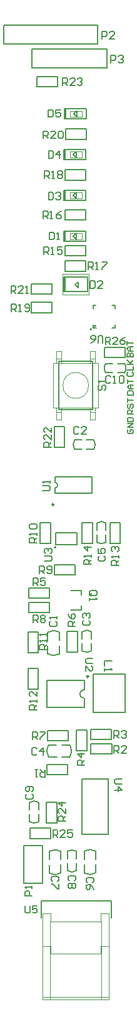
<source format=gto>
%FSLAX25Y25*%
%MOIN*%
G70*
G01*
G75*
%ADD10R,0.03150X0.03937*%
%ADD11R,0.02362X0.07874*%
%ADD12R,0.01063X0.07874*%
%ADD13R,0.03937X0.03150*%
%ADD14R,0.05906X0.12992*%
%ADD15R,0.05906X0.03937*%
%ADD16R,0.01969X0.07874*%
%ADD17O,0.01969X0.07874*%
%ADD18R,0.05118X0.05118*%
%ADD19R,0.02362X0.00787*%
%ADD20R,0.03150X0.00787*%
%ADD21R,0.00787X0.02362*%
%ADD22R,0.00787X0.03150*%
%ADD23R,0.03150X0.02559*%
%ADD24R,0.15748X0.05118*%
%ADD25C,0.05906*%
%ADD26R,0.03937X0.04724*%
%ADD27R,0.12402X0.08898*%
%ADD28R,0.02400X0.05906*%
%ADD29R,0.04724X0.03937*%
%ADD30R,0.03150X0.03543*%
%ADD31R,0.03150X0.03543*%
%ADD32R,0.01575X0.03937*%
%ADD33C,0.00787*%
%ADD34C,0.01000*%
%ADD35C,0.01181*%
%ADD36C,0.03150*%
%ADD37C,0.03937*%
%ADD38C,0.02362*%
%ADD39C,0.01575*%
%ADD40R,0.05906X0.05906*%
%ADD41R,0.05906X0.05906*%
%ADD42C,0.01969*%
%ADD43C,0.03150*%
%ADD44C,0.01575*%
%ADD45C,0.00984*%
%ADD46C,0.00600*%
%ADD47C,0.00500*%
%ADD48C,0.00197*%
%ADD49C,0.00591*%
%ADD50C,0.00709*%
%ADD51C,0.00492*%
D33*
X16789Y-424408D02*
G03*
X21731Y-424408I2471J3706D01*
G01*
Y-414172D02*
G03*
X16789Y-414172I-2471J-3706D01*
G01*
X30196Y-247304D02*
G03*
X30196Y-244417I0J1444D01*
G01*
X57182Y-181259D02*
G03*
X57182Y-186201I3706J-2471D01*
G01*
X67418D02*
G03*
X67418Y-181259I-3706J2471D01*
G01*
X49766Y-163172D02*
G03*
X49766Y-163172I-394J0D01*
G01*
X50978Y-226812D02*
G03*
X50978Y-221871I-3706J2471D01*
G01*
X40742D02*
G03*
X40742Y-226812I3706J-2471D01*
G01*
X26676Y-383802D02*
G03*
X26838Y-390039I5097J-2989D01*
G01*
X38261Y-389943D02*
G03*
X38284Y-383806I-5038J3087D01*
G01*
X32626Y-323764D02*
G03*
X26388Y-323925I-2989J-5097D01*
G01*
X26485Y-335349D02*
G03*
X32621Y-335371I3087J5038D01*
G01*
X44781Y-333819D02*
G03*
X49722Y-333819I2471J3706D01*
G01*
Y-323583D02*
G03*
X44781Y-323583I-2471J-3706D01*
G01*
X30780Y-278775D02*
G03*
X30780Y-278775I-394J0D01*
G01*
X52509Y-276168D02*
G03*
X57451Y-276168I2471J3706D01*
G01*
Y-265932D02*
G03*
X52509Y-265932I-2471J-3706D01*
G01*
X27228Y-451694D02*
G03*
X33466Y-451532I2989J5097D01*
G01*
X33369Y-440109D02*
G03*
X27233Y-440086I-3087J-5038D01*
G01*
X41774Y-440089D02*
G03*
X36833Y-440089I-2471J-3706D01*
G01*
Y-450325D02*
G03*
X41774Y-450325I2471J3706D01*
G01*
X45871Y-451616D02*
G03*
X52109Y-451454I2989J5097D01*
G01*
X52012Y-440031D02*
G03*
X45876Y-440008I-3087J-5038D01*
G01*
X26162Y-381552D02*
X37186D01*
Y-376040D01*
X26162D02*
X37186D01*
X26162Y-381552D02*
Y-376040D01*
X53110Y-11700D02*
Y-1700D01*
X3110Y-11700D02*
X53110D01*
X3110Y-1700D02*
X53110D01*
X3110Y-11700D02*
Y-1700D01*
X57950Y-24540D02*
Y-14540D01*
X17950Y-24540D02*
X57950D01*
X17950Y-14540D02*
X57950D01*
X17950Y-24540D02*
Y-14540D01*
X20648Y-34546D02*
Y-29034D01*
X31672D01*
Y-34546D02*
Y-29034D01*
X20648Y-34546D02*
X31672D01*
X16888Y-433256D02*
Y-427744D01*
X27912D01*
Y-433256D02*
Y-427744D01*
X16888Y-433256D02*
X27912D01*
X23494Y-456912D02*
Y-436912D01*
X13494D02*
X23494D01*
X13494Y-456912D02*
Y-436912D01*
Y-456912D02*
X23494D01*
X25714Y-413968D02*
X31226D01*
Y-424992D02*
Y-413968D01*
X25714Y-424992D02*
X31226D01*
X25714D02*
Y-413968D01*
X21731Y-424408D02*
Y-420471D01*
X16789Y-424408D02*
Y-420471D01*
X21731Y-418109D02*
Y-414172D01*
X16789Y-418109D02*
Y-414172D01*
X49449Y-388571D02*
Y-383060D01*
X60473D01*
Y-388571D02*
Y-383060D01*
X49449Y-388571D02*
X60473D01*
X58757Y-416340D02*
Y-401537D01*
X44780Y-401576D02*
X58717D01*
X44583Y-430907D02*
Y-401773D01*
Y-430907D02*
X58717D01*
X58757Y-430710D02*
Y-415198D01*
X44583Y-401773D02*
X44780Y-401576D01*
X59544Y-265688D02*
X65056D01*
Y-276712D02*
Y-265688D01*
X59544Y-276712D02*
X65056D01*
X59544D02*
Y-265688D01*
X30196Y-241529D02*
X49881D01*
X30196Y-250191D02*
X49881D01*
Y-241529D01*
X30196Y-244417D02*
Y-241529D01*
Y-250191D02*
Y-247304D01*
X32452Y-205665D02*
Y-180075D01*
X50168D01*
Y-205665D02*
Y-180075D01*
X32452Y-205665D02*
X50168D01*
X57182Y-186201D02*
X61119D01*
X57182Y-181259D02*
X61119D01*
X63481Y-186201D02*
X67418D01*
X63481Y-181259D02*
X67418D01*
X56498Y-178166D02*
Y-172654D01*
X67522D01*
Y-178166D02*
Y-172654D01*
X56498Y-178166D02*
X67522D01*
X17618Y-154316D02*
Y-148804D01*
X28642D01*
Y-154316D02*
Y-148804D01*
X17618Y-154316D02*
X28642D01*
X17478Y-144526D02*
Y-139014D01*
X28502D01*
Y-144526D02*
Y-139014D01*
X17478Y-144526D02*
X28502D01*
X35017Y-143049D02*
X47615D01*
X35017Y-135568D02*
X47615D01*
X42497Y-141080D02*
Y-137930D01*
X47615Y-143049D02*
Y-135568D01*
X35017Y-143049D02*
Y-135568D01*
X35804Y-143049D02*
Y-135568D01*
X40922Y-139505D02*
X42497Y-141080D01*
X40922Y-139505D02*
X42497Y-137930D01*
X35618Y-124176D02*
Y-118664D01*
X46642D01*
Y-124176D02*
Y-118664D01*
X35618Y-124176D02*
X46642D01*
X34959Y-116458D02*
X37163D01*
X34998Y-110946D02*
X35628D01*
X34959Y-110985D02*
X34998Y-110946D01*
X34959Y-111576D02*
Y-110985D01*
X35628Y-116458D02*
Y-110946D01*
X34959Y-116458D02*
Y-111576D01*
X35628Y-110946D02*
X46612D01*
Y-116458D02*
Y-110946D01*
X35628Y-116458D02*
X46612D01*
X35708Y-105186D02*
Y-99674D01*
X46732D01*
Y-105186D02*
Y-99674D01*
X35708Y-105186D02*
X46732D01*
X35053Y-94899D02*
X37258D01*
X35093Y-89387D02*
X35723D01*
X35053Y-89427D02*
X35093Y-89387D01*
X35053Y-90017D02*
Y-89427D01*
X35723Y-94899D02*
Y-89387D01*
X35053Y-94899D02*
Y-90017D01*
X35723Y-89387D02*
X46707D01*
Y-94899D02*
Y-89387D01*
X35723Y-94899D02*
X46707D01*
X35668Y-84076D02*
Y-78564D01*
X46692D01*
Y-84076D02*
Y-78564D01*
X35668Y-84076D02*
X46692D01*
X35058Y-73134D02*
X37263D01*
X35098Y-67622D02*
X35727D01*
X35058Y-67661D02*
X35098Y-67622D01*
X35058Y-68252D02*
Y-67661D01*
X35727Y-73134D02*
Y-67622D01*
X35058Y-73134D02*
Y-68252D01*
X35727Y-67622D02*
X46712D01*
Y-73134D02*
Y-67622D01*
X35727Y-73134D02*
X46712D01*
X35838Y-62246D02*
Y-56734D01*
X46862D01*
Y-62246D02*
Y-56734D01*
X35838Y-62246D02*
X46862D01*
X35194Y-51456D02*
X37399D01*
X35233Y-45944D02*
X35863D01*
X35194Y-45983D02*
X35233Y-45944D01*
X35194Y-46574D02*
Y-45983D01*
X35863Y-51456D02*
Y-45944D01*
X35194Y-51456D02*
Y-46574D01*
X35863Y-45944D02*
X46847D01*
Y-51456D02*
Y-45944D01*
X35863Y-51456D02*
X46847D01*
X47041Y-221871D02*
X50978D01*
X47041Y-226812D02*
X50978D01*
X40742Y-221871D02*
X44679D01*
X40742Y-226812D02*
X44679D01*
X41662Y-386690D02*
X47174D01*
X41662D02*
Y-375666D01*
X47174D01*
Y-386690D02*
Y-375666D01*
X49379Y-380791D02*
Y-375279D01*
X60403D01*
Y-380791D02*
Y-375279D01*
X49379Y-380791D02*
X60403D01*
X15805Y-354022D02*
X21317D01*
X15805D02*
Y-342998D01*
X21317D01*
Y-354022D02*
Y-342998D01*
X15815Y-334702D02*
X21327D01*
X15815D02*
Y-323678D01*
X21327D01*
Y-334702D02*
Y-323678D01*
X36635Y-334283D02*
X42147D01*
X36635D02*
Y-323259D01*
X42147D01*
Y-334283D02*
Y-323259D01*
X49722Y-333819D02*
Y-329882D01*
X44781Y-333819D02*
Y-329882D01*
X49722Y-327520D02*
Y-323583D01*
X44781Y-327520D02*
Y-323583D01*
X37112Y-399486D02*
Y-393974D01*
X26088Y-399486D02*
X37112D01*
X26088D02*
Y-393974D01*
X37112D01*
X16189Y-305898D02*
Y-300386D01*
X27213D01*
Y-305898D02*
Y-300386D01*
X16189Y-305898D02*
X27213D01*
X16189Y-313438D02*
Y-307926D01*
X27213D01*
Y-313438D02*
Y-307926D01*
X16189Y-313438D02*
X27213D01*
X44172Y-312006D02*
Y-309644D01*
Y-304132D02*
Y-301770D01*
X38502Y-312006D02*
X44172D01*
X38542Y-301770D02*
X44172D01*
X41070Y-293474D02*
Y-287962D01*
X30047Y-293474D02*
X41070D01*
X30047D02*
Y-287962D01*
X41070D01*
X22374Y-276772D02*
X27886D01*
X22374D02*
Y-265748D01*
X27886D01*
Y-276772D02*
Y-265748D01*
X44744Y-276662D02*
X50256D01*
X44744D02*
Y-265638D01*
X50256D01*
Y-276662D02*
Y-265638D01*
X57451Y-276168D02*
Y-272231D01*
X52509Y-276168D02*
Y-272231D01*
X57451Y-269869D02*
Y-265932D01*
X52509Y-269869D02*
Y-265932D01*
X36833Y-444026D02*
Y-440089D01*
X41774Y-444026D02*
Y-440089D01*
X36833Y-450325D02*
Y-446388D01*
X41774Y-450325D02*
Y-446388D01*
X29844Y-214638D02*
X35356D01*
Y-225662D02*
Y-214638D01*
X29844Y-225662D02*
X35356D01*
X29844D02*
Y-214638D01*
X46502Y-132356D02*
Y-126844D01*
X35478Y-132356D02*
X46502D01*
X35478D02*
Y-126844D01*
X46502D01*
X18268Y-380793D02*
Y-376857D01*
X20236D01*
X20892Y-377513D01*
Y-378825D01*
X20236Y-379481D01*
X18268D01*
X19580D02*
X20892Y-380793D01*
X22204Y-376857D02*
X24828D01*
Y-377513D01*
X22204Y-380137D01*
Y-380793D01*
X26693Y-46615D02*
Y-50551D01*
X28661D01*
X29317Y-49895D01*
Y-47271D01*
X28661Y-46615D01*
X26693D01*
X33253D02*
X30629D01*
Y-48583D01*
X31941Y-47927D01*
X32596D01*
X33253Y-48583D01*
Y-49895D01*
X32596Y-50551D01*
X31285D01*
X30629Y-49895D01*
X26811Y-68387D02*
Y-72323D01*
X28779D01*
X29435Y-71667D01*
Y-69043D01*
X28779Y-68387D01*
X26811D01*
X32715Y-72323D02*
Y-68387D01*
X30747Y-70355D01*
X33371D01*
X26811Y-90395D02*
Y-94331D01*
X28779D01*
X29435Y-93675D01*
Y-91051D01*
X28779Y-90395D01*
X26811D01*
X30747Y-91051D02*
X31403Y-90395D01*
X32715D01*
X33371Y-91051D01*
Y-91707D01*
X32715Y-92363D01*
X32059D01*
X32715D01*
X33371Y-93019D01*
Y-93675D01*
X32715Y-94331D01*
X31403D01*
X30747Y-93675D01*
X27362Y-111615D02*
Y-115551D01*
X29330D01*
X29986Y-114895D01*
Y-112271D01*
X29330Y-111615D01*
X27362D01*
X31298Y-115551D02*
X32610D01*
X31954D01*
Y-111615D01*
X31298Y-112271D01*
X27953Y-318127D02*
X27297Y-318783D01*
Y-320095D01*
X27953Y-320751D01*
X30576D01*
X31232Y-320095D01*
Y-318783D01*
X30576Y-318127D01*
X31232Y-316815D02*
Y-315503D01*
Y-316159D01*
X27297D01*
X27953Y-316815D01*
X43052Y-215447D02*
X42397Y-214791D01*
X41085D01*
X40429Y-215447D01*
Y-218071D01*
X41085Y-218727D01*
X42397D01*
X43052Y-218071D01*
X46988Y-218727D02*
X44364D01*
X46988Y-216103D01*
Y-215447D01*
X46332Y-214791D01*
X45020D01*
X44364Y-215447D01*
X45630Y-317576D02*
X44974Y-318232D01*
Y-319544D01*
X45630Y-320200D01*
X48254D01*
X48910Y-319544D01*
Y-318232D01*
X48254Y-317576D01*
X45630Y-316264D02*
X44974Y-315608D01*
Y-314296D01*
X45630Y-313640D01*
X46286D01*
X46942Y-314296D01*
Y-314952D01*
Y-314296D01*
X47598Y-313640D01*
X48254D01*
X48910Y-314296D01*
Y-315608D01*
X48254Y-316264D01*
X20759Y-385711D02*
X20103Y-385055D01*
X18791D01*
X18135Y-385711D01*
Y-388334D01*
X18791Y-388990D01*
X20103D01*
X20759Y-388334D01*
X24038Y-388990D02*
Y-385055D01*
X22071Y-387022D01*
X24694D01*
X53839Y-283493D02*
X53184Y-284149D01*
Y-285461D01*
X53839Y-286117D01*
X56463D01*
X57119Y-285461D01*
Y-284149D01*
X56463Y-283493D01*
X53184Y-279557D02*
Y-282181D01*
X55151D01*
X54495Y-280869D01*
Y-280213D01*
X55151Y-279557D01*
X56463D01*
X57119Y-280213D01*
Y-281525D01*
X56463Y-282181D01*
X50209Y-456588D02*
X50865Y-455932D01*
Y-454621D01*
X50209Y-453965D01*
X47585D01*
X46929Y-454621D01*
Y-455932D01*
X47585Y-456588D01*
X50865Y-460524D02*
X50209Y-459212D01*
X48897Y-457900D01*
X47585D01*
X46929Y-458556D01*
Y-459868D01*
X47585Y-460524D01*
X48241D01*
X48897Y-459868D01*
Y-457900D01*
X31590Y-456084D02*
X32246Y-455428D01*
Y-454116D01*
X31590Y-453460D01*
X28966D01*
X28310Y-454116D01*
Y-455428D01*
X28966Y-456084D01*
X32246Y-457396D02*
Y-460019D01*
X31590D01*
X28966Y-457396D01*
X28310D01*
X40622Y-455778D02*
X41278Y-455122D01*
Y-453811D01*
X40622Y-453155D01*
X37998D01*
X37342Y-453811D01*
Y-455122D01*
X37998Y-455778D01*
X40622Y-457090D02*
X41278Y-457746D01*
Y-459058D01*
X40622Y-459714D01*
X39966D01*
X39310Y-459058D01*
X38654Y-459714D01*
X37998D01*
X37342Y-459058D01*
Y-457746D01*
X37998Y-457090D01*
X38654D01*
X39310Y-457746D01*
X39966Y-457090D01*
X40622D01*
X39310Y-457746D02*
Y-459058D01*
X15303Y-409738D02*
X14647Y-410394D01*
Y-411706D01*
X15303Y-412362D01*
X17927D01*
X18583Y-411706D01*
Y-410394D01*
X17927Y-409738D01*
Y-408427D02*
X18583Y-407770D01*
Y-406459D01*
X17927Y-405803D01*
X15303D01*
X14647Y-406459D01*
Y-407770D01*
X15303Y-408427D01*
X15959D01*
X16615Y-407770D01*
Y-405803D01*
X59886Y-188404D02*
X59230Y-187748D01*
X57918D01*
X57262Y-188404D01*
Y-191028D01*
X57918Y-191683D01*
X59230D01*
X59886Y-191028D01*
X61198Y-191683D02*
X62510D01*
X61854D01*
Y-187748D01*
X61198Y-188404D01*
X64477D02*
X65133Y-187748D01*
X66445D01*
X67101Y-188404D01*
Y-191028D01*
X66445Y-191683D01*
X65133D01*
X64477Y-191028D01*
Y-188404D01*
X49134Y-137324D02*
Y-141260D01*
X51102D01*
X51758Y-140604D01*
Y-137980D01*
X51102Y-137324D01*
X49134D01*
X55693Y-141260D02*
X53070D01*
X55693Y-138636D01*
Y-137980D01*
X55037Y-137324D01*
X53726D01*
X53070Y-137980D01*
X60510Y-339016D02*
X56575D01*
Y-341640D01*
Y-342951D02*
Y-344263D01*
Y-343607D01*
X60510D01*
X59855Y-342951D01*
X18110Y-463701D02*
X14175D01*
Y-461733D01*
X14830Y-461077D01*
X16142D01*
X16798Y-461733D01*
Y-463701D01*
X18110Y-459765D02*
Y-458453D01*
Y-459109D01*
X14175D01*
X14830Y-459765D01*
X55276Y-9016D02*
Y-5080D01*
X57244D01*
X57899Y-5736D01*
Y-7048D01*
X57244Y-7704D01*
X55276D01*
X61835Y-9016D02*
X59211D01*
X61835Y-6392D01*
Y-5736D01*
X61179Y-5080D01*
X59867D01*
X59211Y-5736D01*
X59921Y-21614D02*
Y-17678D01*
X61889D01*
X62545Y-18334D01*
Y-19646D01*
X61889Y-20302D01*
X59921D01*
X63857Y-18334D02*
X64513Y-17678D01*
X65825D01*
X66481Y-18334D01*
Y-18990D01*
X65825Y-19646D01*
X65169D01*
X65825D01*
X66481Y-20302D01*
Y-20958D01*
X65825Y-21614D01*
X64513D01*
X63857Y-20958D01*
X49402Y-304399D02*
X52026D01*
X52682Y-303743D01*
Y-302431D01*
X52026Y-301775D01*
X49402D01*
X48746Y-302431D01*
Y-303743D01*
X50058Y-303087D02*
X48746Y-304399D01*
Y-303743D02*
X49402Y-304399D01*
X48746Y-305711D02*
Y-307023D01*
Y-306367D01*
X52682D01*
X52026Y-305711D01*
X24962Y-396724D02*
Y-400660D01*
X22994D01*
X22338Y-400004D01*
Y-398692D01*
X22994Y-398036D01*
X24962D01*
X23650D02*
X22338Y-396724D01*
X21026D02*
X19715D01*
X20370D01*
Y-400660D01*
X21026Y-400004D01*
X61772Y-387992D02*
Y-384056D01*
X63740D01*
X64395Y-384712D01*
Y-386024D01*
X63740Y-386680D01*
X61772D01*
X63084D02*
X64395Y-387992D01*
X68331D02*
X65707D01*
X68331Y-385368D01*
Y-384712D01*
X67675Y-384056D01*
X66363D01*
X65707Y-384712D01*
X61654Y-379961D02*
Y-376025D01*
X63621D01*
X64277Y-376681D01*
Y-377993D01*
X63621Y-378649D01*
X61654D01*
X62965D02*
X64277Y-379961D01*
X65589Y-376681D02*
X66245Y-376025D01*
X67557D01*
X68213Y-376681D01*
Y-377337D01*
X67557Y-377993D01*
X66901D01*
X67557D01*
X68213Y-378649D01*
Y-379305D01*
X67557Y-379961D01*
X66245D01*
X65589Y-379305D01*
X46114Y-394334D02*
X42178D01*
Y-392366D01*
X42834Y-391710D01*
X44146D01*
X44802Y-392366D01*
Y-394334D01*
Y-393022D02*
X46114Y-391710D01*
Y-388430D02*
X42178D01*
X44146Y-390398D01*
Y-387774D01*
X18571Y-299134D02*
Y-295198D01*
X20539D01*
X21195Y-295854D01*
Y-297166D01*
X20539Y-297822D01*
X18571D01*
X19883D02*
X21195Y-299134D01*
X25131Y-295198D02*
X22507D01*
Y-297166D01*
X23819Y-296510D01*
X24475D01*
X25131Y-297166D01*
Y-298478D01*
X24475Y-299134D01*
X23163D01*
X22507Y-298478D01*
X41075Y-320751D02*
X37139D01*
Y-318783D01*
X37795Y-318127D01*
X39107D01*
X39763Y-318783D01*
Y-320751D01*
Y-319439D02*
X41075Y-318127D01*
X37139Y-314191D02*
X37795Y-315503D01*
X39107Y-316815D01*
X40419D01*
X41075Y-316159D01*
Y-314847D01*
X40419Y-314191D01*
X39763D01*
X39107Y-314847D01*
Y-316815D01*
X18571Y-318622D02*
Y-314686D01*
X20539D01*
X21195Y-315342D01*
Y-316654D01*
X20539Y-317310D01*
X18571D01*
X19883D02*
X21195Y-318622D01*
X22507Y-315342D02*
X23163Y-314686D01*
X24475D01*
X25131Y-315342D01*
Y-315998D01*
X24475Y-316654D01*
X25131Y-317310D01*
Y-317966D01*
X24475Y-318622D01*
X23163D01*
X22507Y-317966D01*
Y-317310D01*
X23163Y-316654D01*
X22507Y-315998D01*
Y-315342D01*
X23163Y-316654D02*
X24475D01*
X22016Y-292669D02*
Y-288733D01*
X23984D01*
X24640Y-289389D01*
Y-290701D01*
X23984Y-291357D01*
X22016D01*
X23328D02*
X24640Y-292669D01*
X25952Y-292013D02*
X26608Y-292669D01*
X27920D01*
X28576Y-292013D01*
Y-289389D01*
X27920Y-288733D01*
X26608D01*
X25952Y-289389D01*
Y-290045D01*
X26608Y-290701D01*
X28576D01*
X20731Y-276267D02*
X16796D01*
Y-274299D01*
X17452Y-273643D01*
X18764D01*
X19420Y-274299D01*
Y-276267D01*
Y-274955D02*
X20731Y-273643D01*
Y-272331D02*
Y-271019D01*
Y-271675D01*
X16796D01*
X17452Y-272331D01*
Y-269052D02*
X16796Y-268395D01*
Y-267084D01*
X17452Y-266428D01*
X20076D01*
X20731Y-267084D01*
Y-268395D01*
X20076Y-269052D01*
X17452D01*
X26024Y-333071D02*
X22088D01*
Y-331103D01*
X22744Y-330447D01*
X24056D01*
X24712Y-331103D01*
Y-333071D01*
Y-331759D02*
X26024Y-330447D01*
Y-329135D02*
Y-327823D01*
Y-328479D01*
X22088D01*
X22744Y-329135D01*
X26024Y-325855D02*
Y-324543D01*
Y-325199D01*
X22088D01*
X22744Y-325855D01*
X20591Y-365118D02*
X16655D01*
Y-363150D01*
X17311Y-362494D01*
X18623D01*
X19279Y-363150D01*
Y-365118D01*
Y-363806D02*
X20591Y-362494D01*
Y-361182D02*
Y-359871D01*
Y-360526D01*
X16655D01*
X17311Y-361182D01*
X20591Y-355279D02*
Y-357903D01*
X17967Y-355279D01*
X17311D01*
X16655Y-355935D01*
Y-357247D01*
X17311Y-357903D01*
X64399Y-288340D02*
X60464D01*
Y-286373D01*
X61119Y-285717D01*
X62431D01*
X63087Y-286373D01*
Y-288340D01*
Y-287029D02*
X64399Y-285717D01*
Y-284405D02*
Y-283093D01*
Y-283749D01*
X60464D01*
X61119Y-284405D01*
Y-281125D02*
X60464Y-280469D01*
Y-279157D01*
X61119Y-278501D01*
X61775D01*
X62431Y-279157D01*
Y-279813D01*
Y-279157D01*
X63087Y-278501D01*
X63743D01*
X64399Y-279157D01*
Y-280469D01*
X63743Y-281125D01*
X49487Y-287899D02*
X45551D01*
Y-285931D01*
X46207Y-285276D01*
X47519D01*
X48175Y-285931D01*
Y-287899D01*
Y-286587D02*
X49487Y-285276D01*
Y-283963D02*
Y-282652D01*
Y-283308D01*
X45551D01*
X46207Y-283963D01*
X49487Y-278716D02*
X45551D01*
X47519Y-280684D01*
Y-278060D01*
X24273Y-123475D02*
Y-119539D01*
X26241D01*
X26897Y-120195D01*
Y-121507D01*
X26241Y-122163D01*
X24273D01*
X25585D02*
X26897Y-123475D01*
X28209D02*
X29521D01*
X28865D01*
Y-119539D01*
X28209Y-120195D01*
X34113Y-119539D02*
X31489D01*
Y-121507D01*
X32801Y-120851D01*
X33457D01*
X34113Y-121507D01*
Y-122819D01*
X33457Y-123475D01*
X32145D01*
X31489Y-122819D01*
X23858Y-104252D02*
Y-100316D01*
X25826D01*
X26482Y-100972D01*
Y-102284D01*
X25826Y-102940D01*
X23858D01*
X25170D02*
X26482Y-104252D01*
X27794D02*
X29106D01*
X28450D01*
Y-100316D01*
X27794Y-100972D01*
X33698Y-100316D02*
X32386Y-100972D01*
X31074Y-102284D01*
Y-103596D01*
X31730Y-104252D01*
X33042D01*
X33698Y-103596D01*
Y-102940D01*
X33042Y-102284D01*
X31074D01*
X47992Y-131417D02*
Y-127482D01*
X49960D01*
X50616Y-128138D01*
Y-129449D01*
X49960Y-130105D01*
X47992D01*
X49304D02*
X50616Y-131417D01*
X51928D02*
X53240D01*
X52584D01*
Y-127482D01*
X51928Y-128138D01*
X55208Y-127482D02*
X57832D01*
Y-128138D01*
X55208Y-130761D01*
Y-131417D01*
X24567Y-83150D02*
Y-79214D01*
X26535D01*
X27191Y-79870D01*
Y-81182D01*
X26535Y-81838D01*
X24567D01*
X25879D02*
X27191Y-83150D01*
X28503D02*
X29815D01*
X29159D01*
Y-79214D01*
X28503Y-79870D01*
X31782D02*
X32438Y-79214D01*
X33750D01*
X34406Y-79870D01*
Y-80526D01*
X33750Y-81182D01*
X34406Y-81838D01*
Y-82494D01*
X33750Y-83150D01*
X32438D01*
X31782Y-82494D01*
Y-81838D01*
X32438Y-81182D01*
X31782Y-80526D01*
Y-79870D01*
X32438Y-81182D02*
X33750D01*
X6929Y-153701D02*
Y-149765D01*
X8897D01*
X9553Y-150421D01*
Y-151733D01*
X8897Y-152389D01*
X6929D01*
X8241D02*
X9553Y-153701D01*
X10865D02*
X12177D01*
X11521D01*
Y-149765D01*
X10865Y-150421D01*
X14145Y-153045D02*
X14801Y-153701D01*
X16113D01*
X16769Y-153045D01*
Y-150421D01*
X16113Y-149765D01*
X14801D01*
X14145Y-150421D01*
Y-151077D01*
X14801Y-151733D01*
X16769D01*
X23976Y-61850D02*
Y-57915D01*
X25944D01*
X26600Y-58571D01*
Y-59882D01*
X25944Y-60539D01*
X23976D01*
X25288D02*
X26600Y-61850D01*
X30536D02*
X27912D01*
X30536Y-59227D01*
Y-58571D01*
X29880Y-57915D01*
X28568D01*
X27912Y-58571D01*
X31848D02*
X32504Y-57915D01*
X33816D01*
X34472Y-58571D01*
Y-61194D01*
X33816Y-61850D01*
X32504D01*
X31848Y-61194D01*
Y-58571D01*
X6811Y-144095D02*
Y-140159D01*
X8779D01*
X9435Y-140815D01*
Y-142127D01*
X8779Y-142783D01*
X6811D01*
X8123D02*
X9435Y-144095D01*
X13371D02*
X10747D01*
X13371Y-141471D01*
Y-140815D01*
X12715Y-140159D01*
X11403D01*
X10747Y-140815D01*
X14683Y-144095D02*
X15994D01*
X15338D01*
Y-140159D01*
X14683Y-140815D01*
X28210Y-225767D02*
X24275D01*
Y-223799D01*
X24930Y-223143D01*
X26242D01*
X26898Y-223799D01*
Y-225767D01*
Y-224455D02*
X28210Y-223143D01*
Y-219207D02*
Y-221831D01*
X25587Y-219207D01*
X24930D01*
X24275Y-219863D01*
Y-221175D01*
X24930Y-221831D01*
X28210Y-215272D02*
Y-217895D01*
X25587Y-215272D01*
X24930D01*
X24275Y-215928D01*
Y-217239D01*
X24930Y-217895D01*
X34291Y-33779D02*
Y-29844D01*
X36259D01*
X36915Y-30500D01*
Y-31812D01*
X36259Y-32468D01*
X34291D01*
X35603D02*
X36915Y-33779D01*
X40851D02*
X38227D01*
X40851Y-31156D01*
Y-30500D01*
X40195Y-29844D01*
X38883D01*
X38227Y-30500D01*
X42163D02*
X42819Y-29844D01*
X44131D01*
X44787Y-30500D01*
Y-31156D01*
X44131Y-31812D01*
X43475D01*
X44131D01*
X44787Y-32468D01*
Y-33124D01*
X44131Y-33779D01*
X42819D01*
X42163Y-33124D01*
X35827Y-424094D02*
X31891D01*
Y-422127D01*
X32547Y-421471D01*
X33859D01*
X34515Y-422127D01*
Y-424094D01*
Y-422783D02*
X35827Y-421471D01*
Y-417535D02*
Y-420159D01*
X33203Y-417535D01*
X32547D01*
X31891Y-418191D01*
Y-419503D01*
X32547Y-420159D01*
X35827Y-414255D02*
X31891D01*
X33859Y-416223D01*
Y-413599D01*
X29173Y-432677D02*
Y-428741D01*
X31141D01*
X31797Y-429397D01*
Y-430709D01*
X31141Y-431365D01*
X29173D01*
X30485D02*
X31797Y-432677D01*
X35733D02*
X33109D01*
X35733Y-430053D01*
Y-429397D01*
X35077Y-428741D01*
X33765D01*
X33109Y-429397D01*
X39669Y-428741D02*
X37045D01*
Y-430709D01*
X38357Y-430053D01*
X39013D01*
X39669Y-430709D01*
Y-432021D01*
X39013Y-432677D01*
X37701D01*
X37045Y-432021D01*
X57177Y-171205D02*
Y-167269D01*
X59145D01*
X59801Y-167925D01*
Y-169237D01*
X59145Y-169893D01*
X57177D01*
X58489D02*
X59801Y-171205D01*
X63736D02*
X61113D01*
X63736Y-168581D01*
Y-167925D01*
X63081Y-167269D01*
X61769D01*
X61113Y-167925D01*
X67672Y-167269D02*
X66360Y-167925D01*
X65048Y-169237D01*
Y-170549D01*
X65704Y-171205D01*
X67016D01*
X67672Y-170549D01*
Y-169893D01*
X67016Y-169237D01*
X65048D01*
X54122Y-192770D02*
X53466Y-193426D01*
Y-194738D01*
X54122Y-195394D01*
X54778D01*
X55434Y-194738D01*
Y-193426D01*
X56090Y-192770D01*
X56746D01*
X57402Y-193426D01*
Y-194738D01*
X56746Y-195394D01*
X57402Y-191458D02*
Y-190146D01*
Y-190802D01*
X53466D01*
X54122Y-191458D01*
X23663Y-248780D02*
X26943D01*
X27598Y-248124D01*
Y-246812D01*
X26943Y-246156D01*
X23663D01*
X27598Y-244844D02*
Y-243532D01*
Y-244188D01*
X23663D01*
X24319Y-244844D01*
X50432Y-337717D02*
X47152D01*
X46496Y-338372D01*
Y-339684D01*
X47152Y-340340D01*
X50432D01*
X46496Y-344276D02*
Y-341652D01*
X49120Y-344276D01*
X49776D01*
X50432Y-343620D01*
Y-342308D01*
X49776Y-341652D01*
X24768Y-286037D02*
X28047D01*
X28703Y-285381D01*
Y-284069D01*
X28047Y-283414D01*
X24768D01*
X25423Y-282102D02*
X24768Y-281446D01*
Y-280134D01*
X25423Y-279478D01*
X26079D01*
X26735Y-280134D01*
Y-280790D01*
Y-280134D01*
X27391Y-279478D01*
X28047D01*
X28703Y-280134D01*
Y-281446D01*
X28047Y-282102D01*
X65944Y-401732D02*
X62664D01*
X62008Y-402388D01*
Y-403700D01*
X62664Y-404356D01*
X65944D01*
X62008Y-407636D02*
X65944D01*
X63976Y-405668D01*
Y-408292D01*
X14215Y-468969D02*
Y-472249D01*
X14871Y-472905D01*
X16183D01*
X16839Y-472249D01*
Y-468969D01*
X20775D02*
X18151D01*
Y-470937D01*
X19463Y-470282D01*
X20119D01*
X20775Y-470937D01*
Y-472249D01*
X20119Y-472905D01*
X18807D01*
X18151Y-472249D01*
X55779Y-170274D02*
Y-166995D01*
X55123Y-166339D01*
X53811D01*
X53155Y-166995D01*
Y-170274D01*
X49219D02*
X50531Y-169618D01*
X51843Y-168306D01*
Y-166995D01*
X51187Y-166339D01*
X49875D01*
X49219Y-166995D01*
Y-167650D01*
X49875Y-168306D01*
X51843D01*
D45*
X29684Y-256096D02*
G03*
X29684Y-256096I-492J0D01*
G01*
X48181Y-347325D02*
G03*
X48181Y-347325I-492J0D01*
G01*
D46*
X51892Y-161282D02*
G03*
X51892Y-161282I-394J0D01*
G01*
D47*
X45535Y-354357D02*
G03*
X45535Y-358857I248J-2250D01*
G01*
D48*
X48228Y-192913D02*
G03*
X48228Y-192913I-6890J0D01*
G01*
X38189Y-47244D02*
X44488D01*
Y-50394D02*
Y-47244D01*
X38189Y-50394D02*
X44488D01*
X38189D02*
Y-47244D01*
Y-68898D02*
X44488D01*
Y-72047D02*
Y-68898D01*
X38189Y-72047D02*
X44488D01*
X38189D02*
Y-68898D01*
Y-90551D02*
X44488D01*
X38189Y-93701D02*
X44488D01*
Y-90551D01*
X38189Y-93701D02*
Y-90551D01*
Y-112205D02*
X44488D01*
Y-115354D02*
Y-112205D01*
X38189Y-115354D02*
X44488D01*
X38189D02*
Y-112205D01*
X34449Y-133858D02*
X48228D01*
Y-144882D02*
Y-133858D01*
X34449Y-144882D02*
X48228D01*
X34449D02*
Y-133858D01*
X53248Y-204823D02*
Y-181004D01*
X29429Y-204823D02*
Y-181004D01*
Y-204823D02*
X53248D01*
X29429Y-181004D02*
X53248D01*
X30906Y-210925D02*
Y-204823D01*
X33661Y-210925D02*
Y-204823D01*
X30906Y-206988D02*
X33661D01*
X30906Y-210925D02*
X33661D01*
X49016D02*
Y-204823D01*
X51772Y-210925D02*
Y-204823D01*
X49016Y-206988D02*
X51772D01*
X49016Y-210925D02*
X51772D01*
X30906Y-181004D02*
Y-174902D01*
X33661Y-181004D02*
Y-174902D01*
X30906D02*
X33661D01*
X30906Y-178839D02*
X33661D01*
X49016Y-181004D02*
Y-174902D01*
X51772Y-181004D02*
Y-174902D01*
X49016D02*
X51772D01*
X49016Y-178839D02*
X51772D01*
X23740Y-518701D02*
Y-473229D01*
X23741D02*
X27953D01*
Y-477362D02*
Y-473229D01*
X27677Y-477362D02*
X55000D01*
X54724D02*
Y-473229D01*
X58936D01*
X58937Y-518701D02*
Y-473229D01*
X27677Y-518701D02*
Y-477362D01*
X55000Y-518701D02*
Y-477362D01*
X27677Y-494567D02*
X55000D01*
X23741Y-490433D02*
X27953D01*
Y-494567D02*
Y-490433D01*
X54724Y-494567D02*
Y-490433D01*
X58936D01*
X23740Y-517244D02*
X58937D01*
X23740Y-518701D02*
X58937D01*
D49*
X22808Y-475395D02*
Y-466537D01*
X60170Y-475356D02*
Y-466537D01*
X22808D02*
X60170D01*
X60632Y-162305D02*
X62286D01*
Y-160652D01*
X60632Y-150495D02*
X62286D01*
Y-152148D02*
Y-150495D01*
X50475D02*
X52128D01*
X50475Y-152148D02*
Y-150495D01*
Y-162305D02*
Y-160652D01*
Y-162305D02*
X52167D01*
X39919Y-113741D02*
X41612Y-115434D01*
Y-112009D01*
X39919Y-113702D02*
X41612Y-112009D01*
X39919Y-113702D02*
Y-113702D01*
X40014Y-92183D02*
X41707Y-93876D01*
Y-90450D01*
X40014Y-92143D02*
X41707Y-90450D01*
X40014Y-92143D02*
Y-92143D01*
X40019Y-70417D02*
X41712Y-72110D01*
Y-68685D01*
X40019Y-70378D02*
X41712Y-68685D01*
X40019Y-70378D02*
Y-70378D01*
X40154Y-48739D02*
X41847Y-50432D01*
Y-47007D01*
X40154Y-48700D02*
X41847Y-47007D01*
X40154Y-48700D02*
Y-48700D01*
X26035Y-363857D02*
Y-349357D01*
Y-363857D02*
X46035D01*
Y-358857D01*
Y-354357D02*
Y-349357D01*
X26035D02*
X46035D01*
D50*
X67763Y-366273D02*
Y-346084D01*
X50763Y-366273D02*
X67763D01*
X50763Y-346084D02*
X67763D01*
X50763Y-366273D02*
Y-346084D01*
X26734Y-383770D02*
X31106D01*
X33862D02*
X38284D01*
X33912Y-390042D02*
X38234D01*
X26834Y-390020D02*
X31206D01*
X32658Y-328193D02*
Y-323821D01*
Y-335371D02*
Y-330949D01*
X26385Y-335321D02*
Y-330999D01*
X26408Y-328293D02*
Y-323921D01*
X30571Y-277425D02*
Y-271126D01*
Y-277425D02*
X41989D01*
X30571Y-271126D02*
X41989D01*
Y-277425D02*
Y-271126D01*
X27197Y-451636D02*
Y-447264D01*
Y-444508D02*
Y-440086D01*
X33469Y-444458D02*
Y-440136D01*
X33447Y-451536D02*
Y-447164D01*
X45840Y-451558D02*
Y-447186D01*
Y-444430D02*
Y-440008D01*
X52112Y-444380D02*
Y-440058D01*
X52090Y-451458D02*
Y-447086D01*
X69345Y-216247D02*
X68820Y-216772D01*
Y-217822D01*
X69345Y-218347D01*
X71444D01*
X71969Y-217822D01*
Y-216772D01*
X71444Y-216247D01*
X70394D01*
Y-217297D01*
X71969Y-215198D02*
X68820D01*
X71969Y-213099D01*
X68820D01*
Y-212049D02*
X71969D01*
Y-210475D01*
X71444Y-209950D01*
X69345D01*
X68820Y-210475D01*
Y-212049D01*
X71969Y-208110D02*
X68820D01*
Y-206536D01*
X69345Y-206011D01*
X70394D01*
X70919Y-206536D01*
Y-208110D01*
Y-207061D02*
X71969Y-206011D01*
X69345Y-202863D02*
X68820Y-203387D01*
Y-204437D01*
X69345Y-204962D01*
X69869D01*
X70394Y-204437D01*
Y-203387D01*
X70919Y-202863D01*
X71444D01*
X71969Y-203387D01*
Y-204437D01*
X71444Y-204962D01*
X68820Y-201813D02*
Y-199714D01*
Y-200764D01*
X71969D01*
X68938Y-197992D02*
X72087D01*
Y-196418D01*
X71562Y-195893D01*
X69463D01*
X68938Y-196418D01*
Y-197992D01*
X72087Y-194843D02*
X69987D01*
X68938Y-193794D01*
X69987Y-192745D01*
X72087D01*
X70512D01*
Y-194843D01*
X68938Y-191695D02*
Y-189596D01*
Y-190645D01*
X72087D01*
X69266Y-185854D02*
X68741Y-186379D01*
Y-187428D01*
X69266Y-187953D01*
X71365D01*
X71890Y-187428D01*
Y-186379D01*
X71365Y-185854D01*
X68741Y-184804D02*
X71890D01*
Y-182705D01*
X68741Y-181656D02*
X71890D01*
X70840D01*
X68741Y-179557D01*
X70315Y-181131D01*
X71890Y-179557D01*
X68702Y-177756D02*
X71850D01*
Y-176182D01*
X71326Y-175657D01*
X70801D01*
X70276Y-176182D01*
Y-177756D01*
Y-176182D01*
X69751Y-175657D01*
X69227D01*
X68702Y-176182D01*
Y-177756D01*
X71850Y-174607D02*
X69751D01*
X68702Y-173558D01*
X69751Y-172508D01*
X71850D01*
X70276D01*
Y-174607D01*
X68702Y-171459D02*
Y-169360D01*
Y-170409D01*
X71850D01*
D51*
X45535Y-358857D02*
X46035D01*
X45535Y-354357D02*
X46035D01*
M02*

</source>
